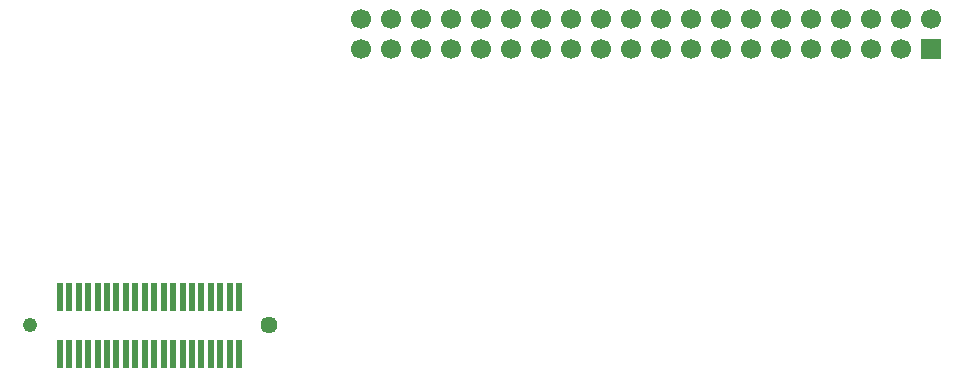
<source format=gbr>
G04 #@! TF.GenerationSoftware,KiCad,Pcbnew,9.0.1*
G04 #@! TF.CreationDate,2025-11-10T14:24:31+01:00*
G04 #@! TF.ProjectId,Debugmodul,44656275-676d-46f6-9475-6c2e6b696361,rev?*
G04 #@! TF.SameCoordinates,Original*
G04 #@! TF.FileFunction,Soldermask,Bot*
G04 #@! TF.FilePolarity,Negative*
%FSLAX46Y46*%
G04 Gerber Fmt 4.6, Leading zero omitted, Abs format (unit mm)*
G04 Created by KiCad (PCBNEW 9.0.1) date 2025-11-10 14:24:31*
%MOMM*%
%LPD*%
G01*
G04 APERTURE LIST*
%ADD10R,1.700000X1.700000*%
%ADD11C,1.700000*%
%ADD12R,0.500000X2.400000*%
%ADD13C,1.230000*%
%ADD14C,1.442200*%
%ADD15C,0.800000*%
%ADD16C,1.200000*%
G04 APERTURE END LIST*
D10*
X178260000Y-72000000D03*
D11*
X178260000Y-69460000D03*
X175720000Y-72000000D03*
X175720000Y-69460000D03*
X173180000Y-72000000D03*
X173180000Y-69460000D03*
X170640000Y-72000000D03*
X170640000Y-69460000D03*
X168100000Y-72000000D03*
X168100000Y-69460000D03*
X165560000Y-72000000D03*
X165560000Y-69460000D03*
X163020000Y-72000000D03*
X163020000Y-69460000D03*
X160480000Y-72000000D03*
X160480000Y-69460000D03*
X157940000Y-72000000D03*
X157940000Y-69460000D03*
X155400000Y-72000000D03*
X155400000Y-69460000D03*
X152860000Y-72000000D03*
X152860000Y-69460000D03*
X150320000Y-72000000D03*
X150320000Y-69460000D03*
X147780000Y-72000000D03*
X147780000Y-69460000D03*
X145240000Y-72000000D03*
X145240000Y-69460000D03*
X142700000Y-72000000D03*
X142700000Y-69460000D03*
X140160000Y-72000000D03*
X140160000Y-69460000D03*
X137620000Y-72000000D03*
X137620000Y-69460000D03*
X135080000Y-72000000D03*
X135080000Y-69460000D03*
X132540000Y-72000000D03*
X132540000Y-69460000D03*
X130000000Y-72000000D03*
X130000000Y-69460000D03*
D12*
X104500000Y-93000000D03*
X104500000Y-97800000D03*
X105300000Y-93000000D03*
X105300000Y-97800000D03*
X106100000Y-93000000D03*
X106100000Y-97800000D03*
X106900000Y-93000000D03*
X106900000Y-97800000D03*
X107700000Y-93000000D03*
X107700000Y-97800000D03*
X108500000Y-93000000D03*
X108500000Y-97800000D03*
X109300000Y-93000000D03*
X109300000Y-97800000D03*
X110100000Y-93000000D03*
X110100000Y-97800000D03*
X110900000Y-93000000D03*
X110900000Y-97800000D03*
X111700000Y-93000000D03*
X111700000Y-97800000D03*
X112500000Y-93000000D03*
X112500000Y-97800000D03*
X113300000Y-93000000D03*
X113300000Y-97800000D03*
X114100000Y-93000000D03*
X114100000Y-97800000D03*
X114900000Y-93000000D03*
X114900000Y-97800000D03*
X115700000Y-93000000D03*
X115700000Y-97800000D03*
X116500000Y-93000000D03*
X116500000Y-97800000D03*
X117300000Y-93000000D03*
X117300000Y-97800000D03*
X118100000Y-93000000D03*
X118100000Y-97800000D03*
X118900000Y-93000000D03*
X118900000Y-97800000D03*
X119700000Y-93000000D03*
X119700000Y-97800000D03*
D13*
X102000000Y-95400000D03*
D14*
X122200000Y-95400000D03*
D15*
X102000000Y-95400000D03*
D16*
X122200000Y-95400000D03*
M02*

</source>
